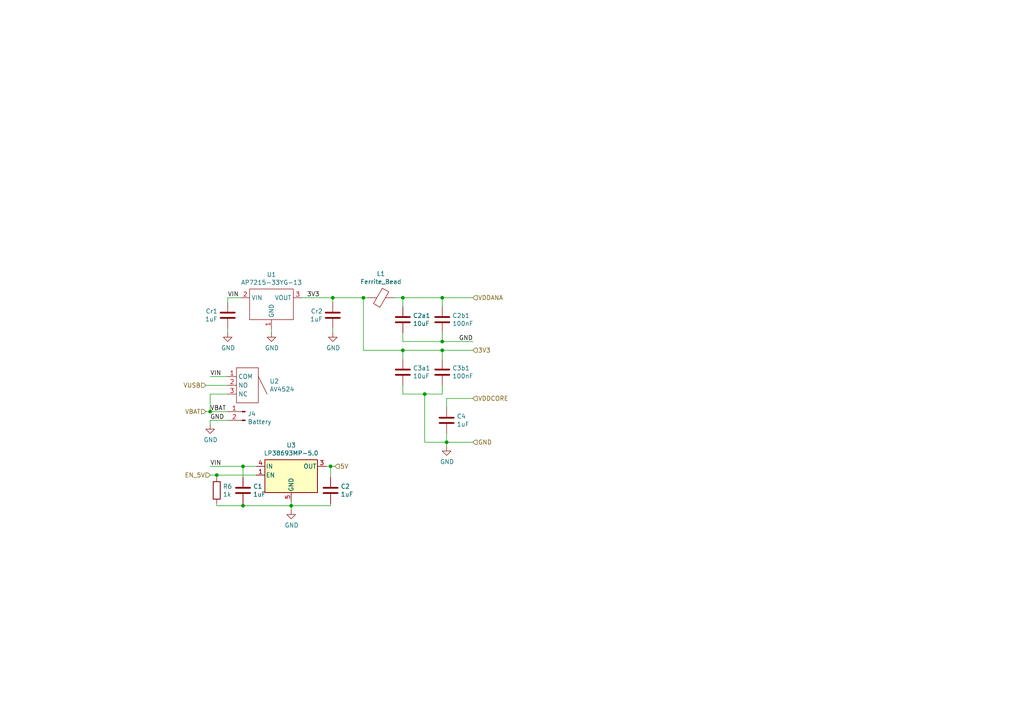
<source format=kicad_sch>
(kicad_sch (version 20200512) (host eeschema "5.99.0-unknown-57e35c9~88~ubuntu19.10.1")
  (page 2 7)
  (paper "A4")
  (lib_symbols
    (symbol "Connector:Conn_01x02_Male" (pin_names hide)
      (property "Reference" "J" (at 0 2.54 0))
      (property "Value" "Conn_01x02_Male" (at 0 -5.08 0))
      (symbol "Conn_01x02_Male_1_1"
        (rectangle (start 0.8636 -2.413) (end 0 -2.667) (stroke (width 0.1524)) (fill (type outline)))
        (rectangle (start 0.8636 0.127) (end 0 -0.127) (stroke (width 0.1524)) (fill (type outline)))
        (polyline (pts (xy 1.27 -2.54) (xy 0.8636 -2.54)) (stroke (width 0.1524)))
        (polyline (pts (xy 1.27 0) (xy 0.8636 0)) (stroke (width 0.1524)))
        (pin passive line (at 5.08 0 180) (length 3.81) (name "Pin_1") (number "1"))
        (pin passive line (at 5.08 -2.54 180) (length 3.81) (name "Pin_2") (number "2"))
      )
    )
    (symbol "Device:C" (pin_numbers hide) (pin_names (offset 0.254))
      (property "Reference" "C" (at 0.635 2.54 0))
      (property "Value" "C" (at 0.635 -2.54 0))
      (symbol "C_0_1"
        (polyline (pts (xy -2.032 -0.762) (xy 2.032 -0.762)) (stroke (width 0.508)))
        (polyline (pts (xy -2.032 0.762) (xy 2.032 0.762)) (stroke (width 0.508)))
      )
      (symbol "C_1_1"
        (pin passive line (at 0 3.81 270) (length 2.794) (name "~") (number "1"))
        (pin passive line (at 0 -3.81 90) (length 2.794) (name "~") (number "2"))
      )
    )
    (symbol "Device:C_1" (pin_numbers hide) (pin_names (offset 0.254))
      (property "Reference" "C" (at 0.635 2.54 0))
      (property "Value" "C" (at 0.635 -2.54 0))
      (symbol "C_1_0_1"
        (polyline (pts (xy -2.032 -0.762) (xy 2.032 -0.762)) (stroke (width 0.508)))
        (polyline (pts (xy -2.032 0.762) (xy 2.032 0.762)) (stroke (width 0.508)))
      )
      (symbol "C_1_1_1"
        (pin passive line (at 0 3.81 270) (length 2.794) (name "~") (number "1"))
        (pin passive line (at 0 -3.81 90) (length 2.794) (name "~") (number "2"))
      )
    )
    (symbol "Device:Ferrite_Bead" (pin_numbers hide) (pin_names (offset 0))
      (property "Reference" "FB" (at -3.81 0.635 90))
      (property "Value" "Ferrite_Bead" (at 3.81 0 90))
      (symbol "Ferrite_Bead_0_1"
        (polyline (pts (xy 0 -1.27) (xy 0 -1.2192)))
        (polyline (pts (xy 0 1.27) (xy 0 1.2954)))
        (polyline (pts (xy -2.7686 0.4064) (xy -1.7018 2.2606) (xy 2.7686 -0.3048) (xy 1.6764 -2.159) (xy -2.7686 0.4064)))
      )
      (symbol "Ferrite_Bead_1_1"
        (pin passive line (at 0 3.81 270) (length 2.54) (name "~") (number "1"))
        (pin passive line (at 0 -3.81 90) (length 2.54) (name "~") (number "2"))
      )
    )
    (symbol "Device:R" (pin_numbers hide) (pin_names (offset 0))
      (property "Reference" "R" (at 2.032 0 90))
      (property "Value" "R" (at 0 0 90))
      (symbol "R_0_1"
        (rectangle (start -1.016 -2.54) (end 1.016 2.54) (stroke (width 0.254)))
      )
      (symbol "R_1_1"
        (pin passive line (at 0 3.81 270) (length 1.27) (name "~") (number "1"))
        (pin passive line (at 0 -3.81 90) (length 1.27) (name "~") (number "2"))
      )
    )
    (symbol "Interrupter:AV4524"
      (property "Reference" "U" (at 0 6.35 0))
      (property "Value" "AV4524" (at 0 -6.35 0))
      (symbol "AV4524_0_1"
        (rectangle (start -2.54 5.08) (end 3.81 -5.08))
        (polyline (pts (xy 3.81 2.54) (xy 6.35 -2.54)))
      )
      (symbol "AV4524_1_1"
        (pin input line (at -5.08 2.54 0) (length 2.54) (name "COM") (number "1"))
        (pin input line (at -5.08 0 0) (length 2.54) (name "NO") (number "2"))
        (pin input line (at -5.08 -2.54 0) (length 2.54) (name "NC") (number "3"))
      )
    )
    (symbol "Regulator_Linear:LP38693MP-5.0" (pin_names (offset 0.254))
      (property "Reference" "U" (at -6.35 5.715 0))
      (property "Value" "LP38693MP-5.0" (at 0 5.715 0))
      (symbol "LP38693MP-5.0_0_1"
        (rectangle (start -7.62 -5.08) (end 7.62 4.445) (stroke (width 0.254)) (fill (type background)))
      )
      (symbol "LP38693MP-5.0_1_1"
        (pin input line (at -10.16 0 0) (length 2.54) (name "EN") (number "1"))
        (pin unconnected line (at 7.62 0 180) (length 2.54) hide (name "NC") (number "2"))
        (pin power_out line (at 10.16 2.54 180) (length 2.54) (name "OUT") (number "3"))
        (pin power_in line (at -10.16 2.54 0) (length 2.54) (name "IN") (number "4"))
        (pin power_in line (at 0 -7.62 90) (length 2.54) (name "GND") (number "5"))
      )
    )
    (symbol "power:GND" (power) (pin_names (offset 0))
      (property "Value" "GND" (at 0 -3.81 0))
      (symbol "GND_0_1"
        (polyline (pts (xy 0 0) (xy 0 -1.27) (xy 1.27 -1.27) (xy 0 -2.54) (xy -1.27 -1.27) (xy 0 -1.27)))
      )
      (symbol "GND_1_1"
        (pin power_in line (at 0 0 270) (length 0) hide (name "GND") (number "1"))
      )
    )
    (symbol "power_regul:AP7215-33YG-13"
      (property "Reference" "U" (at 0 7.62 0))
      (property "Value" "AP7215-33YG-13" (at 8.89 -3.81 0))
      (symbol "AP7215-33YG-13_0_1"
        (rectangle (start -6.35 6.35) (end 6.35 -2.54))
      )
      (symbol "AP7215-33YG-13_1_1"
        (pin input line (at 0 -5.08 90) (length 2.54) (name "GND") (number "1"))
        (pin input line (at -8.89 3.81 0) (length 2.54) (name "VIN") (number "2"))
        (pin output line (at 8.89 3.81 180) (length 2.54) (name "VOUT") (number "3"))
      )
    )
  )
  (junction (at 60.96 119.38))
  (junction (at 62.865 137.795))
  (junction (at 70.485 135.255))
  (junction (at 70.485 146.685))
  (junction (at 84.455 146.685))
  (junction (at 95.885 135.255))
  (junction (at 96.52 86.36))
  (junction (at 105.41 86.36))
  (junction (at 116.84 86.36))
  (junction (at 116.84 101.6))
  (junction (at 123.19 114.3))
  (junction (at 128.27 86.36))
  (junction (at 128.27 99.06))
  (junction (at 128.27 101.6))
  (junction (at 129.54 128.27))
  (wire (pts (xy 60.96 114.3) (xy 60.96 119.38)))
  (wire (pts (xy 60.96 119.38) (xy 59.69 119.38)))
  (wire (pts (xy 60.96 119.38) (xy 66.04 119.38)))
  (wire (pts (xy 60.96 121.92) (xy 66.04 121.92)))
  (wire (pts (xy 60.96 123.19) (xy 60.96 121.92)))
  (wire (pts (xy 60.96 135.255) (xy 70.485 135.255)))
  (wire (pts (xy 60.96 137.795) (xy 62.865 137.795)))
  (wire (pts (xy 62.865 137.795) (xy 62.865 138.43)))
  (wire (pts (xy 62.865 137.795) (xy 74.295 137.795)))
  (wire (pts (xy 62.865 146.05) (xy 62.865 146.685)))
  (wire (pts (xy 62.865 146.685) (xy 70.485 146.685)))
  (wire (pts (xy 66.04 86.36) (xy 69.85 86.36)))
  (wire (pts (xy 66.04 87.63) (xy 66.04 86.36)))
  (wire (pts (xy 66.04 95.25) (xy 66.04 96.52)))
  (wire (pts (xy 66.04 109.22) (xy 60.96 109.22)))
  (wire (pts (xy 66.04 111.76) (xy 59.69 111.76)))
  (wire (pts (xy 66.04 114.3) (xy 60.96 114.3)))
  (wire (pts (xy 70.485 135.255) (xy 70.485 138.43)))
  (wire (pts (xy 70.485 135.255) (xy 74.295 135.255)))
  (wire (pts (xy 70.485 146.05) (xy 70.485 146.685)))
  (wire (pts (xy 70.485 146.685) (xy 84.455 146.685)))
  (wire (pts (xy 78.74 96.52) (xy 78.74 95.25)))
  (wire (pts (xy 84.455 145.415) (xy 84.455 146.685)))
  (wire (pts (xy 84.455 146.685) (xy 84.455 147.955)))
  (wire (pts (xy 84.455 146.685) (xy 95.885 146.685)))
  (wire (pts (xy 87.63 86.36) (xy 96.52 86.36)))
  (wire (pts (xy 94.615 135.255) (xy 95.885 135.255)))
  (wire (pts (xy 95.885 135.255) (xy 95.885 138.43)))
  (wire (pts (xy 95.885 135.255) (xy 97.155 135.255)))
  (wire (pts (xy 95.885 146.685) (xy 95.885 146.05)))
  (wire (pts (xy 96.52 86.36) (xy 105.41 86.36)))
  (wire (pts (xy 96.52 87.63) (xy 96.52 86.36)))
  (wire (pts (xy 96.52 95.25) (xy 96.52 96.52)))
  (wire (pts (xy 105.41 101.6) (xy 105.41 86.36)))
  (wire (pts (xy 106.68 86.36) (xy 105.41 86.36)))
  (wire (pts (xy 114.3 86.36) (xy 116.84 86.36)))
  (wire (pts (xy 116.84 86.36) (xy 128.27 86.36)))
  (wire (pts (xy 116.84 88.9) (xy 116.84 86.36)))
  (wire (pts (xy 116.84 96.52) (xy 116.84 99.06)))
  (wire (pts (xy 116.84 99.06) (xy 128.27 99.06)))
  (wire (pts (xy 116.84 101.6) (xy 105.41 101.6)))
  (wire (pts (xy 116.84 101.6) (xy 128.27 101.6)))
  (wire (pts (xy 116.84 104.14) (xy 116.84 101.6)))
  (wire (pts (xy 116.84 111.76) (xy 116.84 114.3)))
  (wire (pts (xy 123.19 114.3) (xy 116.84 114.3)))
  (wire (pts (xy 123.19 114.3) (xy 123.19 128.27)))
  (wire (pts (xy 123.19 114.3) (xy 128.27 114.3)))
  (wire (pts (xy 123.19 128.27) (xy 129.54 128.27)))
  (wire (pts (xy 128.27 86.36) (xy 128.27 88.9)))
  (wire (pts (xy 128.27 86.36) (xy 137.16 86.36)))
  (wire (pts (xy 128.27 96.52) (xy 128.27 99.06)))
  (wire (pts (xy 128.27 99.06) (xy 137.16 99.06)))
  (wire (pts (xy 128.27 101.6) (xy 128.27 104.14)))
  (wire (pts (xy 128.27 111.76) (xy 128.27 114.3)))
  (wire (pts (xy 129.54 115.57) (xy 137.16 115.57)))
  (wire (pts (xy 129.54 118.11) (xy 129.54 115.57)))
  (wire (pts (xy 129.54 125.73) (xy 129.54 128.27)))
  (wire (pts (xy 129.54 128.27) (xy 137.16 128.27)))
  (wire (pts (xy 129.54 129.54) (xy 129.54 128.27)))
  (wire (pts (xy 137.16 101.6) (xy 128.27 101.6)))
  (label "VIN" (at 60.96 109.22 0))
  (label "VBAT" (at 60.96 119.38 0))
  (label "GND" (at 60.96 121.92 0))
  (label "VIN" (at 60.96 135.255 0))
  (label "VIN" (at 66.04 86.36 0))
  (label "3V3" (at 92.71 86.36 180))
  (label "GND" (at 137.16 99.06 180))
  (hierarchical_label "VUSB" (shape input) (at 59.69 111.76 180))
  (hierarchical_label "VBAT" (shape input) (at 59.69 119.38 180))
  (hierarchical_label "EN_5V" (shape input) (at 60.96 137.795 180))
  (hierarchical_label "5V" (shape input) (at 97.155 135.255 0))
  (hierarchical_label "VDDANA" (shape input) (at 137.16 86.36 0))
  (hierarchical_label "3V3" (shape input) (at 137.16 101.6 0))
  (hierarchical_label "VDDCORE" (shape input) (at 137.16 115.57 0))
  (hierarchical_label "GND" (shape input) (at 137.16 128.27 0))
  (symbol (lib_id "power:GND") (at 60.96 123.19 0) (unit 1)
    (property "Reference" "#PWR0115" (effects hide))
    (property "Value" "GND" (at 61.087 127.5842 0))
  )
  (symbol (lib_id "power:GND") (at 66.04 96.52 0) (unit 1)
    (property "Reference" "#PWR0107" (effects hide))
    (property "Value" "GND" (at 66.167 100.9142 0))
  )
  (symbol (lib_id "power:GND") (at 78.74 96.52 0) (unit 1)
    (property "Reference" "#PWR0113" (effects hide))
    (property "Value" "GND" (at 78.867 100.9142 0))
  )
  (symbol (lib_id "power:GND") (at 84.455 147.955 0) (unit 1)
    (property "Reference" "#PWR03" (effects hide))
    (property "Value" "GND" (at 84.582 152.3492 0))
  )
  (symbol (lib_id "power:GND") (at 96.52 96.52 0) (unit 1)
    (property "Reference" "#PWR0108" (effects hide))
    (property "Value" "GND" (at 96.647 100.9142 0))
  )
  (symbol (lib_id "power:GND") (at 129.54 129.54 0) (unit 1)
    (property "Reference" "#PWR0116" (effects hide))
    (property "Value" "GND" (at 129.667 133.9342 0))
  )
  (symbol (lib_id "Device:R") (at 62.865 142.24 0) (unit 1)
    (property "Reference" "R6" (at 64.6431 141.0906 0) (effects (justify left)))
    (property "Value" "1k" (at 64.643 143.389 0) (effects (justify left)))
    (property "Footprint" "Resistor_SMD:R_0603_1608Metric_Pad1.05x0.95mm_HandSolder" (effects hide))
  )
  (symbol (lib_id "Connector:Conn_01x02_Male") (at 71.12 119.38 0) (mirror y) (unit 1)
    (property "Reference" "J4" (at 71.8312 120.0404 0) (effects (justify right)))
    (property "Value" "Battery" (at 71.8312 122.3518 0) (effects (justify right)))
    (property "Footprint" "Connector_JST:JST_PH_S2B-PH-K_1x02_P2.00mm_Horizontal" (effects hide))
  )
  (symbol (lib_id "Device:C") (at 66.04 91.44 0) (mirror y) (unit 1)
    (property "Reference" "Cr1" (at 63.119 90.2716 0) (effects (justify left)))
    (property "Value" "1uF" (at 63.119 92.583 0) (effects (justify left)))
    (property "Footprint" "Capacitor_SMD:C_0603_1608Metric_Pad1.05x0.95mm_HandSolder" (effects hide))
  )
  (symbol (lib_name "Device:C_1") (lib_id "Device:C") (at 70.485 142.24 0) (unit 1)
    (property "Reference" "C1" (at 73.4061 141.0906 0) (effects (justify left)))
    (property "Value" "1uF" (at 73.406 143.389 0) (effects (justify left)))
    (property "Footprint" "Capacitor_SMD:C_0603_1608Metric_Pad1.05x0.95mm_HandSolder" (effects hide))
  )
  (symbol (lib_name "Device:C_1") (lib_id "Device:C") (at 95.885 142.24 0) (unit 1)
    (property "Reference" "C2" (at 98.8061 141.0906 0) (effects (justify left)))
    (property "Value" "1uF" (at 98.806 143.389 0) (effects (justify left)))
    (property "Footprint" "Capacitor_SMD:C_0603_1608Metric_Pad1.05x0.95mm_HandSolder" (effects hide))
  )
  (symbol (lib_id "Device:C") (at 96.52 91.44 0) (mirror y) (unit 1)
    (property "Reference" "Cr2" (at 93.599 90.2716 0) (effects (justify left)))
    (property "Value" "1uF" (at 93.599 92.583 0) (effects (justify left)))
    (property "Footprint" "Capacitor_SMD:C_0603_1608Metric_Pad1.05x0.95mm_HandSolder" (effects hide))
  )
  (symbol (lib_id "Device:C") (at 116.84 92.71 0) (unit 1)
    (property "Reference" "C2a1" (at 119.761 91.5416 0) (effects (justify left)))
    (property "Value" "10uF" (at 119.761 93.853 0) (effects (justify left)))
    (property "Footprint" "Capacitor_SMD:C_0603_1608Metric_Pad1.05x0.95mm_HandSolder" (effects hide))
  )
  (symbol (lib_id "Device:C") (at 116.84 107.95 0) (unit 1)
    (property "Reference" "C3a1" (at 119.761 106.7816 0) (effects (justify left)))
    (property "Value" "10uF" (at 119.761 109.093 0) (effects (justify left)))
    (property "Footprint" "Capacitor_SMD:C_0603_1608Metric_Pad1.05x0.95mm_HandSolder" (effects hide))
  )
  (symbol (lib_id "Device:C") (at 128.27 92.71 0) (unit 1)
    (property "Reference" "C2b1" (at 131.191 91.5416 0) (effects (justify left)))
    (property "Value" "100nF" (at 131.191 93.853 0) (effects (justify left)))
    (property "Footprint" "Capacitor_SMD:C_0603_1608Metric_Pad1.05x0.95mm_HandSolder" (effects hide))
  )
  (symbol (lib_id "Device:C") (at 128.27 107.95 0) (unit 1)
    (property "Reference" "C3b1" (at 131.191 106.7816 0) (effects (justify left)))
    (property "Value" "100nF" (at 131.191 109.093 0) (effects (justify left)))
    (property "Footprint" "Capacitor_SMD:C_0603_1608Metric_Pad1.05x0.95mm_HandSolder" (effects hide))
  )
  (symbol (lib_id "Device:C") (at 129.54 121.92 0) (unit 1)
    (property "Reference" "C4" (at 132.461 120.7516 0) (effects (justify left)))
    (property "Value" "1uF" (at 132.461 123.063 0) (effects (justify left)))
    (property "Footprint" "Capacitor_SMD:C_0603_1608Metric_Pad1.05x0.95mm_HandSolder" (effects hide))
  )
  (symbol (lib_id "Device:Ferrite_Bead") (at 110.49 86.36 270) (unit 1)
    (property "Reference" "L1" (at 110.49 79.4004 90))
    (property "Value" "Ferrite_Bead" (at 110.49 81.7118 90))
    (property "Footprint" "Inductor_SMD:L_0805_2012Metric_Pad1.15x1.40mm_HandSolder" (effects hide))
  )
  (symbol (lib_id "Interrupter:AV4524") (at 71.12 111.76 0) (unit 1)
    (property "Reference" "U2" (at 78.1812 110.5916 0) (effects (justify left)))
    (property "Value" "AV4524" (at 78.1812 112.903 0) (effects (justify left)))
    (property "Footprint" "Interrupt:AV4524" (effects hide))
  )
  (symbol (lib_id "power_regul:AP7215-33YG-13") (at 78.74 90.17 0) (unit 1)
    (property "Reference" "U1" (at 78.74 79.629 0))
    (property "Value" "AP7215-33YG-13" (at 78.74 81.9404 0))
    (property "Footprint" "Package_TO_SOT_SMD:SOT-89-3" (effects hide))
  )
  (symbol (lib_id "Regulator_Linear:LP38693MP-5.0") (at 84.455 137.795 0) (unit 1)
    (property "Reference" "U3" (at 84.455 129.1398 0))
    (property "Value" "LP38693MP-5.0" (at 84.455 131.4385 0))
    (property "Footprint" "Package_TO_SOT_SMD:SOT-223-5" (effects hide))
    (property "Datasheet" "https://www.ti.com/lit/ds/symlink/lp38693.pdf" (effects hide))
  )
)
</source>
